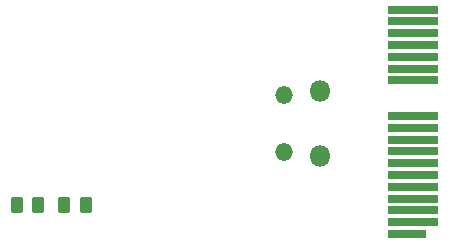
<source format=gbr>
%TF.GenerationSoftware,KiCad,Pcbnew,8.0.3*%
%TF.CreationDate,2024-06-27T21:13:00-04:00*%
%TF.ProjectId,pi-pico-mgmt-module,70692d70-6963-46f2-9d6d-676d742d6d6f,rev?*%
%TF.SameCoordinates,Original*%
%TF.FileFunction,Soldermask,Bot*%
%TF.FilePolarity,Negative*%
%FSLAX46Y46*%
G04 Gerber Fmt 4.6, Leading zero omitted, Abs format (unit mm)*
G04 Created by KiCad (PCBNEW 8.0.3) date 2024-06-27 21:13:00*
%MOMM*%
%LPD*%
G01*
G04 APERTURE LIST*
G04 Aperture macros list*
%AMRoundRect*
0 Rectangle with rounded corners*
0 $1 Rounding radius*
0 $2 $3 $4 $5 $6 $7 $8 $9 X,Y pos of 4 corners*
0 Add a 4 corners polygon primitive as box body*
4,1,4,$2,$3,$4,$5,$6,$7,$8,$9,$2,$3,0*
0 Add four circle primitives for the rounded corners*
1,1,$1+$1,$2,$3*
1,1,$1+$1,$4,$5*
1,1,$1+$1,$6,$7*
1,1,$1+$1,$8,$9*
0 Add four rect primitives between the rounded corners*
20,1,$1+$1,$2,$3,$4,$5,0*
20,1,$1+$1,$4,$5,$6,$7,0*
20,1,$1+$1,$6,$7,$8,$9,0*
20,1,$1+$1,$8,$9,$2,$3,0*%
G04 Aperture macros list end*
%ADD10O,1.800000X1.800000*%
%ADD11O,1.500000X1.500000*%
%ADD12R,3.200000X0.700000*%
%ADD13R,4.300000X0.700000*%
%ADD14RoundRect,0.250000X0.262500X0.450000X-0.262500X0.450000X-0.262500X-0.450000X0.262500X-0.450000X0*%
G04 APERTURE END LIST*
D10*
%TO.C,U1*%
X50030000Y-9315000D03*
D11*
X47000000Y-9615000D03*
X47000000Y-14465000D03*
D10*
X50030000Y-14765000D03*
%TD*%
D12*
%TO.C,J1*%
X57400000Y-21390000D03*
D13*
X57950000Y-20390000D03*
X57950000Y-19390000D03*
X57950000Y-18390000D03*
X57950000Y-17390000D03*
X57950000Y-16390000D03*
X57950000Y-15390000D03*
X57950000Y-14390000D03*
X57950000Y-13390000D03*
X57950000Y-12390000D03*
X57950000Y-11390000D03*
X57950000Y-8390000D03*
X57950000Y-7390000D03*
X57950000Y-6390000D03*
X57950000Y-5390000D03*
X57950000Y-4390000D03*
X57950000Y-3390000D03*
X57950000Y-2390000D03*
%TD*%
D14*
%TO.C,R1*%
X30212500Y-18900000D03*
X28387500Y-18900000D03*
%TD*%
%TO.C,R2*%
X26212500Y-18900000D03*
X24387500Y-18900000D03*
%TD*%
M02*

</source>
